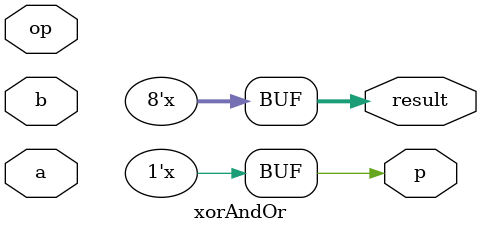
<source format=v>
`timescale 1ns / 1ps
`define OR  2'b00
`define XOR 2'b01
`define AND 2'b10

module xorAndOr(op, a, b, result, p);
    input        op;        // operations: 1 -> and, 0 -> xor;
    input  [7:0] a, b;      // Temp accumulators
    output [7:0] result;    // result of the operation
    output       p;         // bit parity
 
assign result = (op == `OR)  ? a|b : 8'bz;
assign result = (op == `XOR) ? a^b : 8'bz;
assign result = (op == `AND) ? a&b : 8'bz;

assign p = result[0];

endmodule

</source>
